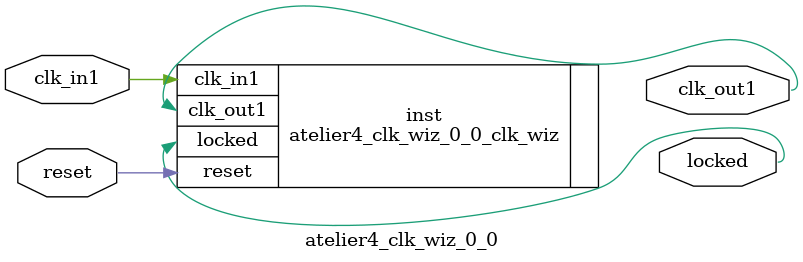
<source format=v>


`timescale 1ps/1ps

(* CORE_GENERATION_INFO = "atelier4_clk_wiz_0_0,clk_wiz_v6_0_6_0_0,{component_name=atelier4_clk_wiz_0_0,use_phase_alignment=true,use_min_o_jitter=false,use_max_i_jitter=false,use_dyn_phase_shift=false,use_inclk_switchover=false,use_dyn_reconfig=false,enable_axi=0,feedback_source=FDBK_AUTO,PRIMITIVE=MMCM,num_out_clk=1,clkin1_period=10.000,clkin2_period=10.000,use_power_down=false,use_reset=true,use_locked=true,use_inclk_stopped=false,feedback_type=SINGLE,CLOCK_MGR_TYPE=NA,manual_override=false}" *)

module atelier4_clk_wiz_0_0 
 (
  // Clock out ports
  output        clk_out1,
  // Status and control signals
  input         reset,
  output        locked,
 // Clock in ports
  input         clk_in1
 );

  atelier4_clk_wiz_0_0_clk_wiz inst
  (
  // Clock out ports  
  .clk_out1(clk_out1),
  // Status and control signals               
  .reset(reset), 
  .locked(locked),
 // Clock in ports
  .clk_in1(clk_in1)
  );

endmodule

</source>
